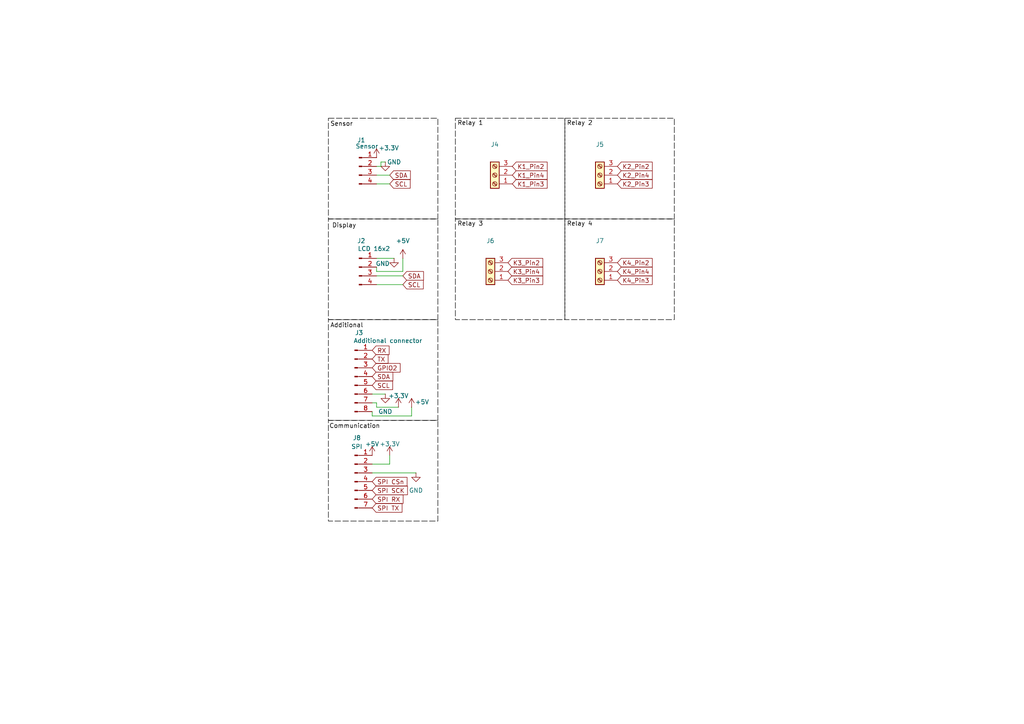
<source format=kicad_sch>
(kicad_sch (version 20250114) (generator "eeschema") (generator_version "9.0")
  (paper "A4")
  (title_block (title "Raspberry Pi Pico Logger - Connectors") (date "2025-06-21") (rev "2.0") (company "Creator: Piotr Kłyś"))
  (lib_symbols
    (symbol "Connector:Conn_01x04_Pin" (pin_names (offset 1.016) (hide yes))
      (property "Reference" "J" (at 0 5.08 0))
      (property "Value" "Conn_01x04_Pin" (at 0 -7.62 0))
      (symbol "Conn_01x04_Pin_1_1"
        (rectangle (start 0.8636 2.667) (end 0 2.413) (stroke (width 0.1524)) (fill (type outline)))
        (rectangle (start 0.8636 0.127) (end 0 -0.127) (stroke (width 0.1524)) (fill (type outline)))
        (rectangle (start 0.8636 -2.413) (end 0 -2.667) (stroke (width 0.1524)) (fill (type outline)))
        (rectangle (start 0.8636 -4.953) (end 0 -5.207) (stroke (width 0.1524)) (fill (type outline)))
        (polyline (pts (xy 1.27 2.54) (xy 0.8636 2.54)) (stroke (width 0.1524)))
        (polyline (pts (xy 1.27 0) (xy 0.8636 0)) (stroke (width 0.1524)))
        (polyline (pts (xy 1.27 -2.54) (xy 0.8636 -2.54)) (stroke (width 0.1524)))
        (polyline (pts (xy 1.27 -5.08) (xy 0.8636 -5.08)) (stroke (width 0.1524)))
        (pin passive line (at 5.08 2.54 180) (length 3.81) (name "Pin_1") (number "1"))
        (pin passive line (at 5.08 0 180) (length 3.81) (name "Pin_2") (number "2"))
        (pin passive line (at 5.08 -2.54 180) (length 3.81) (name "Pin_3") (number "3"))
        (pin passive line (at 5.08 -5.08 180) (length 3.81) (name "Pin_4") (number "4"))
      )
    )
    (symbol "Connector:Conn_01x07_Pin" (pin_names (offset 1.016) (hide yes))
      (property "Reference" "J" (at 0 10.16 0))
      (property "Value" "Conn_01x07_Pin" (at 0 -10.16 0))
      (symbol "Conn_01x07_Pin_1_1"
        (rectangle (start 0.8636 7.747) (end 0 7.493) (stroke (width 0.1524)) (fill (type outline)))
        (rectangle (start 0.8636 5.207) (end 0 4.953) (stroke (width 0.1524)) (fill (type outline)))
        (rectangle (start 0.8636 2.667) (end 0 2.413) (stroke (width 0.1524)) (fill (type outline)))
        (rectangle (start 0.8636 0.127) (end 0 -0.127) (stroke (width 0.1524)) (fill (type outline)))
        (rectangle (start 0.8636 -2.413) (end 0 -2.667) (stroke (width 0.1524)) (fill (type outline)))
        (rectangle (start 0.8636 -4.953) (end 0 -5.207) (stroke (width 0.1524)) (fill (type outline)))
        (rectangle (start 0.8636 -7.493) (end 0 -7.747) (stroke (width 0.1524)) (fill (type outline)))
        (polyline (pts (xy 1.27 7.62) (xy 0.8636 7.62)) (stroke (width 0.1524)))
        (polyline (pts (xy 1.27 5.08) (xy 0.8636 5.08)) (stroke (width 0.1524)))
        (polyline (pts (xy 1.27 2.54) (xy 0.8636 2.54)) (stroke (width 0.1524)))
        (polyline (pts (xy 1.27 0) (xy 0.8636 0)) (stroke (width 0.1524)))
        (polyline (pts (xy 1.27 -2.54) (xy 0.8636 -2.54)) (stroke (width 0.1524)))
        (polyline (pts (xy 1.27 -5.08) (xy 0.8636 -5.08)) (stroke (width 0.1524)))
        (polyline (pts (xy 1.27 -7.62) (xy 0.8636 -7.62)) (stroke (width 0.1524)))
        (pin passive line (at 5.08 7.62 180) (length 3.81) (name "Pin_1") (number "1"))
        (pin passive line (at 5.08 5.08 180) (length 3.81) (name "Pin_2") (number "2"))
        (pin passive line (at 5.08 2.54 180) (length 3.81) (name "Pin_3") (number "3"))
        (pin passive line (at 5.08 0 180) (length 3.81) (name "Pin_4") (number "4"))
        (pin passive line (at 5.08 -2.54 180) (length 3.81) (name "Pin_5") (number "5"))
        (pin passive line (at 5.08 -5.08 180) (length 3.81) (name "Pin_6") (number "6"))
        (pin passive line (at 5.08 -7.62 180) (length 3.81) (name "Pin_7") (number "7"))
      )
    )
    (symbol "Connector:Conn_01x08_Pin" (pin_names (offset 1.016) (hide yes))
      (property "Reference" "J" (at 0 10.16 0))
      (property "Value" "Conn_01x08_Pin" (at 0 -12.7 0))
      (symbol "Conn_01x08_Pin_1_1"
        (rectangle (start 0.8636 7.747) (end 0 7.493) (stroke (width 0.1524)) (fill (type outline)))
        (rectangle (start 0.8636 5.207) (end 0 4.953) (stroke (width 0.1524)) (fill (type outline)))
        (rectangle (start 0.8636 2.667) (end 0 2.413) (stroke (width 0.1524)) (fill (type outline)))
        (rectangle (start 0.8636 0.127) (end 0 -0.127) (stroke (width 0.1524)) (fill (type outline)))
        (rectangle (start 0.8636 -2.413) (end 0 -2.667) (stroke (width 0.1524)) (fill (type outline)))
        (rectangle (start 0.8636 -4.953) (end 0 -5.207) (stroke (width 0.1524)) (fill (type outline)))
        (rectangle (start 0.8636 -7.493) (end 0 -7.747) (stroke (width 0.1524)) (fill (type outline)))
        (rectangle (start 0.8636 -10.033) (end 0 -10.287) (stroke (width 0.1524)) (fill (type outline)))
        (polyline (pts (xy 1.27 7.62) (xy 0.8636 7.62)) (stroke (width 0.1524)))
        (polyline (pts (xy 1.27 5.08) (xy 0.8636 5.08)) (stroke (width 0.1524)))
        (polyline (pts (xy 1.27 2.54) (xy 0.8636 2.54)) (stroke (width 0.1524)))
        (polyline (pts (xy 1.27 0) (xy 0.8636 0)) (stroke (width 0.1524)))
        (polyline (pts (xy 1.27 -2.54) (xy 0.8636 -2.54)) (stroke (width 0.1524)))
        (polyline (pts (xy 1.27 -5.08) (xy 0.8636 -5.08)) (stroke (width 0.1524)))
        (polyline (pts (xy 1.27 -7.62) (xy 0.8636 -7.62)) (stroke (width 0.1524)))
        (polyline (pts (xy 1.27 -10.16) (xy 0.8636 -10.16)) (stroke (width 0.1524)))
        (pin passive line (at 5.08 7.62 180) (length 3.81) (name "Pin_1") (number "1"))
        (pin passive line (at 5.08 5.08 180) (length 3.81) (name "Pin_2") (number "2"))
        (pin passive line (at 5.08 2.54 180) (length 3.81) (name "Pin_3") (number "3"))
        (pin passive line (at 5.08 0 180) (length 3.81) (name "Pin_4") (number "4"))
        (pin passive line (at 5.08 -2.54 180) (length 3.81) (name "Pin_5") (number "5"))
        (pin passive line (at 5.08 -5.08 180) (length 3.81) (name "Pin_6") (number "6"))
        (pin passive line (at 5.08 -7.62 180) (length 3.81) (name "Pin_7") (number "7"))
        (pin passive line (at 5.08 -10.16 180) (length 3.81) (name "Pin_8") (number "8"))
      )
    )
    (symbol "Connector:Screw_Terminal_01x03" (pin_names (offset 1.016) (hide yes))
      (property "Reference" "J" (at 0 5.08 0))
      (property "Value" "Screw_Terminal_01x03" (at 0 -5.08 0))
      (symbol "Screw_Terminal_01x03_1_1"
        (rectangle (start -1.27 3.81) (end 1.27 -3.81) (stroke (width 0.254)) (fill (type background)))
        (polyline (pts (xy -0.5334 2.8702) (xy 0.3302 2.032)) (stroke (width 0.1524)))
        (polyline (pts (xy -0.5334 0.3302) (xy 0.3302 -0.508)) (stroke (width 0.1524)))
        (polyline (pts (xy -0.5334 -2.2098) (xy 0.3302 -3.048)) (stroke (width 0.1524)))
        (polyline (pts (xy -0.3556 3.048) (xy 0.508 2.2098)) (stroke (width 0.1524)))
        (polyline (pts (xy -0.3556 0.508) (xy 0.508 -0.3302)) (stroke (width 0.1524)))
        (polyline (pts (xy -0.3556 -2.032) (xy 0.508 -2.8702)) (stroke (width 0.1524)))
        (circle (center 0 2.54) (radius 0.635) (stroke (width 0.1524)))
        (circle (center 0 0) (radius 0.635) (stroke (width 0.1524)))
        (circle (center 0 -2.54) (radius 0.635) (stroke (width 0.1524)))
        (pin passive line (at -5.08 2.54 0) (length 3.81) (name "Pin_1") (number "1"))
        (pin passive line (at -5.08 0 0) (length 3.81) (name "Pin_2") (number "2"))
        (pin passive line (at -5.08 -2.54 0) (length 3.81) (name "Pin_3") (number "3"))
      )
    )
    (symbol "power:+3.3V" (power) (pin_numbers (hide yes)) (pin_names (offset 0) (hide yes))
      (property "Value" "+3.3V" (at 0 3.556 0))
      (symbol "+3.3V_0_1"
        (polyline (pts (xy -0.762 1.27) (xy 0 2.54)))
        (polyline (pts (xy 0 2.54) (xy 0.762 1.27)))
        (polyline (pts (xy 0 0) (xy 0 2.54)))
      )
      (symbol "+3.3V_1_1"
        (pin power_in line (at 0 0 90) (length 0) (name "~") (number "1"))
      )
    )
    (symbol "power:+5V" (power) (pin_numbers (hide yes)) (pin_names (offset 0) (hide yes))
      (property "Value" "+5V" (at 0 3.556 0))
      (symbol "+5V_0_1"
        (polyline (pts (xy -0.762 1.27) (xy 0 2.54)))
        (polyline (pts (xy 0 2.54) (xy 0.762 1.27)))
        (polyline (pts (xy 0 0) (xy 0 2.54)))
      )
      (symbol "+5V_1_1"
        (pin power_in line (at 0 0 90) (length 0) (name "~") (number "1"))
      )
    )
    (symbol "power:GND" (power) (pin_numbers (hide yes)) (pin_names (offset 0) (hide yes))
      (property "Value" "GND" (at 0 -3.81 0))
      (symbol "GND_0_1"
        (polyline (pts (xy 0 0) (xy 0 -1.27) (xy 1.27 -1.27) (xy 0 -2.54) (xy -1.27 -1.27) (xy 0 -1.27)))
      )
      (symbol "GND_1_1"
        (pin power_in line (at 0 0 270) (length 0) (name "~") (number "1"))
      )
    )
  )
  (rectangle (start 95.25 92.71) (end 127 121.92) (stroke (width 0) (type dash) (color 0 0 0 1)))
  (rectangle (start 132.08 63.5) (end 163.83 92.71) (stroke (width 0) (type dash) (color 0 0 0 1)))
  (rectangle (start 95.25 63.5) (end 127 92.71) (stroke (width 0) (type dash) (color 0 0 0 1)))
  (rectangle (start 163.83 63.5) (end 195.58 92.71) (stroke (width 0) (type dash) (color 0 0 0 1)))
  (rectangle (start 163.83 34.29) (end 195.58 63.5) (stroke (width 0) (type dash) (color 0 0 0 1)))
  (rectangle (start 132.08 34.29) (end 163.83 63.5) (stroke (width 0) (type dash) (color 0 0 0 1)))
  (rectangle (start 95.25 121.92) (end 127 151.13) (stroke (width 0) (type dash) (color 0 0 0 1)))
  (rectangle (start 95.25 34.29) (end 127 63.5) (stroke (width 0) (type dash) (color 0 0 0 1)))
  (text "Sensor " (at 99.568 36.068 0) (effects (font (size 1.27 1.27))))
  (text "Relay 2" (at 168.148 35.814 0) (effects (font (size 1.27 1.27))))
  (text "Relay 1" (at 136.398 35.814 0) (effects (font (size 1.27 1.27))))
  (text "Relay 3" (at 136.398 65.024 0) (effects (font (size 1.27 1.27))))
  (text "Communication" (at 102.87 123.698 0) (effects (font (size 1.27 1.27))))
  (text "Relay 4" (at 168.148 65.024 0) (effects (font (size 1.27 1.27))))
  (text "Additional" (at 100.584 94.488 0) (effects (font (size 1.27 1.27))))
  (text "Display" (at 99.822 65.532 0) (effects (font (size 1.27 1.27))))
  (wire (pts (xy 109.22 118.11) (xy 109.22 116.84)))
  (wire (pts (xy 109.22 78.74) (xy 109.22 77.47)))
  (wire (pts (xy 119.38 120.65) (xy 107.95 120.65)))
  (wire (pts (xy 107.95 114.3) (xy 111.76 114.3)))
  (wire (pts (xy 109.22 74.93) (xy 114.3 74.93)))
  (wire (pts (xy 109.22 80.01) (xy 116.84 80.01)))
  (wire (pts (xy 115.57 118.11) (xy 109.22 118.11)))
  (wire (pts (xy 109.22 78.74) (xy 116.84 78.74)))
  (wire (pts (xy 110.49 48.26) (xy 109.22 48.26)))
  (wire (pts (xy 113.03 132.08) (xy 113.03 134.62)))
  (wire (pts (xy 110.49 46.99) (xy 111.76 46.99)))
  (wire (pts (xy 109.22 50.8) (xy 113.03 50.8)))
  (wire (pts (xy 107.95 116.84) (xy 109.22 116.84)))
  (wire (pts (xy 110.49 46.99) (xy 110.49 48.26)))
  (wire (pts (xy 119.38 118.11) (xy 119.38 120.65)))
  (wire (pts (xy 107.95 134.62) (xy 113.03 134.62)))
  (wire (pts (xy 107.95 137.16) (xy 120.65 137.16)))
  (wire (pts (xy 107.95 120.65) (xy 107.95 119.38)))
  (wire (pts (xy 109.22 53.34) (xy 113.03 53.34)))
  (wire (pts (xy 109.22 82.55) (xy 116.84 82.55)))
  (wire (pts (xy 116.84 74.93) (xy 116.84 78.74)))
  (global_label "SDA" (shape input) (at 107.95 109.22 0) (property "Intersheetrefs" "${INTERSHEET_REFS}" (effects (hide yes))))
  (global_label "TX" (shape input) (at 107.95 104.14 0) (property "Intersheetrefs" "${INTERSHEET_REFS}" (effects (hide yes))))
  (global_label "K4_Pin4" (shape input) (at 179.07 78.74 0) (property "Intersheetrefs" "${INTERSHEET_REFS}" (effects (hide yes))))
  (global_label "K2_Pin4" (shape input) (at 179.07 50.8 0) (property "Intersheetrefs" "${INTERSHEET_REFS}" (effects (hide yes))))
  (global_label "K3_Pin3" (shape input) (at 147.32 81.28 0) (property "Intersheetrefs" "${INTERSHEET_REFS}" (effects (hide yes))))
  (global_label "SDA" (shape input) (at 116.84 80.01 0) (property "Intersheetrefs" "${INTERSHEET_REFS}" (effects (hide yes))))
  (global_label "K2_Pin2" (shape input) (at 179.07 48.26 0) (property "Intersheetrefs" "${INTERSHEET_REFS}" (effects (hide yes))))
  (global_label "SCL" (shape input) (at 113.03 53.34 0) (property "Intersheetrefs" "${INTERSHEET_REFS}" (effects (hide yes))))
  (global_label "SDA" (shape input) (at 113.03 50.8 0) (property "Intersheetrefs" "${INTERSHEET_REFS}" (effects (hide yes))))
  (global_label "K3_Pin4" (shape input) (at 147.32 78.74 0) (property "Intersheetrefs" "${INTERSHEET_REFS}" (effects (hide yes))))
  (global_label "SPI TX" (shape input) (at 107.95 147.32 0) (property "Intersheetrefs" "${INTERSHEET_REFS}" (effects (hide yes))))
  (global_label "RX" (shape input) (at 107.95 101.6 0) (property "Intersheetrefs" "${INTERSHEET_REFS}" (effects (hide yes))))
  (global_label "K1_Pin2" (shape input) (at 148.59 48.26 0) (property "Intersheetrefs" "${INTERSHEET_REFS}" (effects (hide yes))))
  (global_label "K3_Pin2" (shape input) (at 147.32 76.2 0) (property "Intersheetrefs" "${INTERSHEET_REFS}" (effects (hide yes))))
  (global_label "K4_Pin2" (shape input) (at 179.07 76.2 0) (property "Intersheetrefs" "${INTERSHEET_REFS}" (effects (hide yes))))
  (global_label "SPI SCK" (shape input) (at 107.95 142.24 0) (property "Intersheetrefs" "${INTERSHEET_REFS}" (effects (hide yes))))
  (global_label "K1_Pin4" (shape input) (at 148.59 50.8 0) (property "Intersheetrefs" "${INTERSHEET_REFS}" (effects (hide yes))))
  (global_label "K4_Pin3" (shape input) (at 179.07 81.28 0) (property "Intersheetrefs" "${INTERSHEET_REFS}" (effects (hide yes))))
  (global_label "SPI CSn" (shape input) (at 107.95 139.7 0) (property "Intersheetrefs" "${INTERSHEET_REFS}" (effects (hide yes))))
  (global_label "K1_Pin3" (shape input) (at 148.59 53.34 0) (property "Intersheetrefs" "${INTERSHEET_REFS}" (effects (hide yes))))
  (global_label "SCL" (shape input) (at 116.84 82.55 0) (property "Intersheetrefs" "${INTERSHEET_REFS}" (effects (hide yes))))
  (global_label "SCL" (shape input) (at 107.95 111.76 0) (property "Intersheetrefs" "${INTERSHEET_REFS}" (effects (hide yes))))
  (global_label "GPIO2" (shape input) (at 107.95 106.68 0) (property "Intersheetrefs" "${INTERSHEET_REFS}" (effects (hide yes))))
  (global_label "SPI RX" (shape input) (at 107.95 144.78 0) (property "Intersheetrefs" "${INTERSHEET_REFS}" (effects (hide yes))))
  (global_label "K2_Pin3" (shape input) (at 179.07 53.34 0) (property "Intersheetrefs" "${INTERSHEET_REFS}" (effects (hide yes))))
  (symbol (lib_id "Connector:Conn_01x08_Pin") (at 102.87 109.22 0) (unit 1)
    (property "Reference" "J3" (at 104.14 96.52 0))
    (property "Value" "Additional connector" (at 112.522 98.806 0))
    (property "Footprint" "Connector_PinHeader_2.54mm:PinHeader_1x08_P2.54mm_Horizontal" (effects (hide yes)))
    (property "Description" "Generic connector, single row, 01x08, script generated" (effects (hide yes)))
  )
  (symbol (lib_id "power:+5V") (at 119.38 118.11 0) (unit 1)
    (property "Reference" "#PWR017" (effects (hide yes)))
    (property "Value" "+5V" (at 122.428 116.586 0))
    (property "Description" "Power symbol creates a global label with name \"+5V\"" (effects (hide yes)))
  )
  (symbol (lib_id "Connector:Conn_01x04_Pin") (at 104.14 77.47 0) (unit 1)
    (property "Reference" "J2" (at 104.775 69.85 0))
    (property "Value" "LCD 16x2" (at 108.458 72.136 0))
    (property "Footprint" "Connector_PinHeader_2.54mm:PinHeader_1x04_P2.54mm_Vertical" (effects (hide yes)))
    (property "Description" "Generic connector, single row, 01x04, script generated" (effects (hide yes)))
  )
  (symbol (lib_id "power:GND") (at 120.65 137.16 0) (unit 1)
    (property "Reference" "#PWR047" (effects (hide yes)))
    (property "Value" "GND" (at 120.65 142.24 0))
    (property "Description" "Power symbol creates a global label with name \"GND\" , ground" (effects (hide yes)))
  )
  (symbol (lib_id "power:GND") (at 111.76 114.3 0) (unit 1)
    (property "Reference" "#PWR012" (effects (hide yes)))
    (property "Value" "GND" (at 111.76 119.38 0))
    (property "Description" "Power symbol creates a global label with name \"GND\" , ground" (effects (hide yes)))
  )
  (symbol (lib_id "Connector:Screw_Terminal_01x03") (at 173.99 78.74 180) (unit 1)
    (property "Reference" "J7" (at 173.99 69.85 0))
    (property "Value" "ARK KF301 raster 5,0mm 3 pin" (effects (hide yes)))
    (property "Footprint" "TerminalBlock_Phoenix:TerminalBlock_Phoenix_MKDS-1,5-3_1x03_P5.00mm_Horizontal" (effects (hide yes)))
    (property "Description" "Generic screw terminal, single row, 01x03, script generated (kicad-library-utils/schlib/autogen/connector/)" (effects (hide yes)))
  )
  (symbol (lib_id "power:+3.3V") (at 115.57 118.11 0) (unit 1)
    (property "Reference" "#PWR018" (effects (hide yes)))
    (property "Value" "+3.3V" (at 115.57 114.808 0))
    (property "Description" "Power symbol creates a global label with name \"+3.3V\"" (effects (hide yes)))
  )
  (symbol (lib_id "power:GND") (at 111.76 46.99 0) (unit 1)
    (property "Reference" "#PWR014" (effects (hide yes)))
    (property "Value" "GND" (at 114.3 46.99 0))
    (property "Description" "Power symbol creates a global label with name \"GND\" , ground" (effects (hide yes)))
  )
  (symbol (lib_id "Connector:Conn_01x04_Pin") (at 104.14 48.26 0) (unit 1)
    (property "Reference" "J1" (at 104.775 40.64 0))
    (property "Value" "Sensor" (at 106.426 42.418 0))
    (property "Footprint" "Connector_PinHeader_2.54mm:PinHeader_1x04_P2.54mm_Vertical" (effects (hide yes)))
    (property "Description" "Generic connector, single row, 01x04, script generated" (effects (hide yes)))
  )
  (symbol (lib_id "Connector:Screw_Terminal_01x03") (at 142.24 78.74 180) (unit 1)
    (property "Reference" "J6" (at 142.24 69.85 0))
    (property "Value" "ARK KF301 raster 5,0mm 3 pin" (effects (hide yes)))
    (property "Footprint" "TerminalBlock_Phoenix:TerminalBlock_Phoenix_MKDS-1,5-3_1x03_P5.00mm_Horizontal" (effects (hide yes)))
    (property "Description" "Generic screw terminal, single row, 01x03, script generated (kicad-library-utils/schlib/autogen/connector/)" (effects (hide yes)))
  )
  (symbol (lib_id "Connector:Conn_01x07_Pin") (at 102.87 139.7 0) (unit 1)
    (property "Reference" "J8" (at 103.505 127 0))
    (property "Value" "SPI" (at 103.505 129.54 0))
    (property "Footprint" "Connector_PinHeader_2.54mm:PinHeader_1x07_P2.54mm_Horizontal" (effects (hide yes)))
    (property "Description" "Generic connector, single row, 01x07, script generated" (effects (hide yes)))
  )
  (symbol (lib_id "Connector:Screw_Terminal_01x03") (at 143.51 50.8 180) (unit 1)
    (property "Reference" "J4" (at 143.51 41.91 0))
    (property "Value" "ARK KF301 raster 5.0mm 3 pin" (effects (hide yes)))
    (property "Footprint" "TerminalBlock_Phoenix:TerminalBlock_Phoenix_MKDS-1,5-3_1x03_P5.00mm_Horizontal" (effects (hide yes)))
    (property "Description" "Generic screw terminal, single row, 01x03, script generated (kicad-library-utils/schlib/autogen/connector/)" (effects (hide yes)))
  )
  (symbol (lib_id "power:+3.3V") (at 109.22 45.72 0) (unit 1)
    (property "Reference" "#PWR020" (effects (hide yes)))
    (property "Value" "+3.3V" (at 112.776 42.926 0))
    (property "Description" "Power symbol creates a global label with name \"+3.3V\"" (effects (hide yes)))
  )
  (symbol (lib_id "Connector:Screw_Terminal_01x03") (at 173.99 50.8 180) (unit 1)
    (property "Reference" "J5" (at 173.99 41.91 0))
    (property "Value" "ARK KF301 raster 5,0mm 3 pin" (effects (hide yes)))
    (property "Footprint" "TerminalBlock_Phoenix:TerminalBlock_Phoenix_MKDS-1,5-3_1x03_P5.00mm_Horizontal" (effects (hide yes)))
    (property "Description" "Generic screw terminal, single row, 01x03, script generated (kicad-library-utils/schlib/autogen/connector/)" (effects (hide yes)))
  )
  (symbol (lib_id "power:+5V") (at 107.95 132.08 0) (unit 1)
    (property "Reference" "#PWR045" (effects (hide yes)))
    (property "Value" "+5V" (at 107.95 128.778 0))
    (property "Description" "Power symbol creates a global label with name \"+5V\"" (effects (hide yes)))
  )
  (symbol (lib_id "power:GND") (at 114.3 74.93 0) (unit 1)
    (property "Reference" "#PWR013" (effects (hide yes)))
    (property "Value" "GND" (at 110.998 76.454 0))
    (property "Description" "Power symbol creates a global label with name \"GND\" , ground" (effects (hide yes)))
  )
  (symbol (lib_id "power:+3.3V") (at 113.03 132.08 0) (unit 1)
    (property "Reference" "#PWR046" (effects (hide yes)))
    (property "Value" "+3.3V" (at 113.03 128.778 0))
    (property "Description" "Power symbol creates a global label with name \"+3.3V\"" (effects (hide yes)))
  )
  (symbol (lib_id "power:+5V") (at 116.84 74.93 0) (unit 1)
    (property "Reference" "#PWR019" (effects (hide yes)))
    (property "Value" "+5V" (at 116.84 69.85 0))
    (property "Description" "Power symbol creates a global label with name \"+5V\"" (effects (hide yes)))
  )
)
</source>
